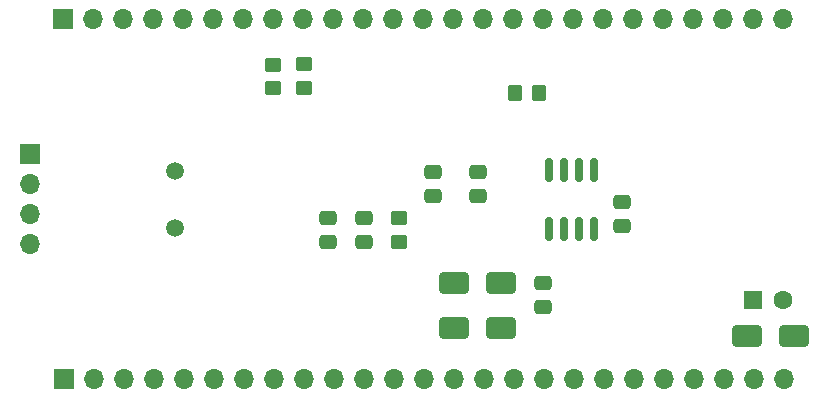
<source format=gbr>
%TF.GenerationSoftware,KiCad,Pcbnew,7.0.9*%
%TF.CreationDate,2024-02-22T17:01:59-03:00*%
%TF.ProjectId,CPU Stm32G431,43505520-5374-46d3-9332-473433312e6b,rev?*%
%TF.SameCoordinates,Original*%
%TF.FileFunction,Soldermask,Bot*%
%TF.FilePolarity,Negative*%
%FSLAX46Y46*%
G04 Gerber Fmt 4.6, Leading zero omitted, Abs format (unit mm)*
G04 Created by KiCad (PCBNEW 7.0.9) date 2024-02-22 17:01:59*
%MOMM*%
%LPD*%
G01*
G04 APERTURE LIST*
G04 Aperture macros list*
%AMRoundRect*
0 Rectangle with rounded corners*
0 $1 Rounding radius*
0 $2 $3 $4 $5 $6 $7 $8 $9 X,Y pos of 4 corners*
0 Add a 4 corners polygon primitive as box body*
4,1,4,$2,$3,$4,$5,$6,$7,$8,$9,$2,$3,0*
0 Add four circle primitives for the rounded corners*
1,1,$1+$1,$2,$3*
1,1,$1+$1,$4,$5*
1,1,$1+$1,$6,$7*
1,1,$1+$1,$8,$9*
0 Add four rect primitives between the rounded corners*
20,1,$1+$1,$2,$3,$4,$5,0*
20,1,$1+$1,$4,$5,$6,$7,0*
20,1,$1+$1,$6,$7,$8,$9,0*
20,1,$1+$1,$8,$9,$2,$3,0*%
G04 Aperture macros list end*
%ADD10R,1.600000X1.600000*%
%ADD11C,1.600000*%
%ADD12C,1.500000*%
%ADD13R,1.700000X1.700000*%
%ADD14O,1.700000X1.700000*%
%ADD15RoundRect,0.250000X-0.475000X0.337500X-0.475000X-0.337500X0.475000X-0.337500X0.475000X0.337500X0*%
%ADD16RoundRect,0.250000X-1.000000X-0.650000X1.000000X-0.650000X1.000000X0.650000X-1.000000X0.650000X0*%
%ADD17RoundRect,0.150000X0.150000X-0.825000X0.150000X0.825000X-0.150000X0.825000X-0.150000X-0.825000X0*%
%ADD18RoundRect,0.250000X-0.450000X0.350000X-0.450000X-0.350000X0.450000X-0.350000X0.450000X0.350000X0*%
%ADD19RoundRect,0.250000X0.475000X-0.337500X0.475000X0.337500X-0.475000X0.337500X-0.475000X-0.337500X0*%
%ADD20RoundRect,0.250000X1.000000X0.650000X-1.000000X0.650000X-1.000000X-0.650000X1.000000X-0.650000X0*%
%ADD21RoundRect,0.250000X0.350000X0.450000X-0.350000X0.450000X-0.350000X-0.450000X0.350000X-0.450000X0*%
%ADD22RoundRect,0.250000X0.450000X-0.350000X0.450000X0.350000X-0.450000X0.350000X-0.450000X-0.350000X0*%
G04 APERTURE END LIST*
D10*
%TO.C,C5*%
X177774888Y-112970000D03*
D11*
X180274888Y-112970000D03*
%TD*%
D12*
%TO.C,Y1*%
X128760000Y-106870000D03*
X128760000Y-101990000D03*
%TD*%
D13*
%TO.C,J1*%
X116505000Y-100620000D03*
D14*
X116505000Y-103160000D03*
X116505000Y-105700000D03*
X116505000Y-108240000D03*
%TD*%
D15*
%TO.C,C11*%
X144780000Y-105982500D03*
X144780000Y-108057500D03*
%TD*%
D16*
%TO.C,D1*%
X152380000Y-111520000D03*
X156380000Y-111520000D03*
%TD*%
D17*
%TO.C,U3*%
X164285000Y-106895000D03*
X163015000Y-106895000D03*
X161745000Y-106895000D03*
X160475000Y-106895000D03*
X160475000Y-101945000D03*
X161745000Y-101945000D03*
X163015000Y-101945000D03*
X164285000Y-101945000D03*
%TD*%
D18*
%TO.C,R4*%
X137080000Y-93020000D03*
X137080000Y-95020000D03*
%TD*%
D19*
%TO.C,C12*%
X150680000Y-104157500D03*
X150680000Y-102082500D03*
%TD*%
D13*
%TO.C,J2*%
X119370000Y-119670000D03*
D14*
X121910000Y-119670000D03*
X124450000Y-119670000D03*
X126990000Y-119670000D03*
X129530000Y-119670000D03*
X132070000Y-119670000D03*
X134610000Y-119670000D03*
X137150000Y-119670000D03*
X139690000Y-119670000D03*
X142230000Y-119670000D03*
X144770000Y-119670000D03*
X147310000Y-119670000D03*
X149850000Y-119670000D03*
X152390000Y-119670000D03*
X154930000Y-119670000D03*
X157470000Y-119670000D03*
X160010000Y-119670000D03*
X162550000Y-119670000D03*
X165090000Y-119670000D03*
X167630000Y-119670000D03*
X170170000Y-119670000D03*
X172710000Y-119670000D03*
X175250000Y-119670000D03*
X177790000Y-119670000D03*
X180330000Y-119670000D03*
%TD*%
D16*
%TO.C,D2*%
X152380000Y-115320000D03*
X156380000Y-115320000D03*
%TD*%
D19*
%TO.C,C9*%
X159980000Y-113557500D03*
X159980000Y-111482500D03*
%TD*%
D13*
%TO.C,J3*%
X119340000Y-89190000D03*
D14*
X121880000Y-89190000D03*
X124420000Y-89190000D03*
X126960000Y-89190000D03*
X129500000Y-89190000D03*
X132040000Y-89190000D03*
X134580000Y-89190000D03*
X137120000Y-89190000D03*
X139660000Y-89190000D03*
X142200000Y-89190000D03*
X144740000Y-89190000D03*
X147280000Y-89190000D03*
X149820000Y-89190000D03*
X152360000Y-89190000D03*
X154900000Y-89190000D03*
X157440000Y-89190000D03*
X159980000Y-89190000D03*
X162520000Y-89190000D03*
X165060000Y-89190000D03*
X167600000Y-89190000D03*
X170140000Y-89190000D03*
X172680000Y-89190000D03*
X175220000Y-89190000D03*
X177760000Y-89190000D03*
X180300000Y-89190000D03*
%TD*%
D19*
%TO.C,C17*%
X166680000Y-106695000D03*
X166680000Y-104620000D03*
%TD*%
%TO.C,C16*%
X141780000Y-108057500D03*
X141780000Y-105982500D03*
%TD*%
D20*
%TO.C,D5*%
X181240000Y-115970000D03*
X177240000Y-115970000D03*
%TD*%
D18*
%TO.C,R5*%
X139680000Y-92980000D03*
X139680000Y-94980000D03*
%TD*%
D19*
%TO.C,C13*%
X154480000Y-104157500D03*
X154480000Y-102082500D03*
%TD*%
D21*
%TO.C,R2*%
X159580000Y-95420000D03*
X157580000Y-95420000D03*
%TD*%
D22*
%TO.C,R1*%
X147780000Y-108020000D03*
X147780000Y-106020000D03*
%TD*%
M02*

</source>
